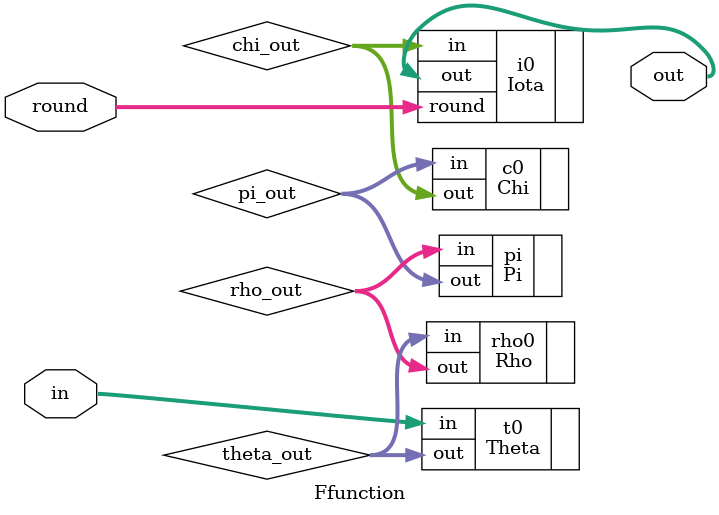
<source format=v>
module Ffunction (
    in,out,round
);
    input [1599:0] in;
    input [4:0] round;
    output [1599:0] out;
    wire [1599:0] theta_out,rho_out,pi_out,chi_out;
    Theta t0(.in(in),.out(theta_out));
    Rho rho0(.in(theta_out),.out(rho_out));
    Pi pi(.in(rho_out),.out(pi_out));
    Chi c0(.in(pi_out),.out(chi_out));
    Iota i0(.in(chi_out),.out(out),.round(round));

endmodule
</source>
